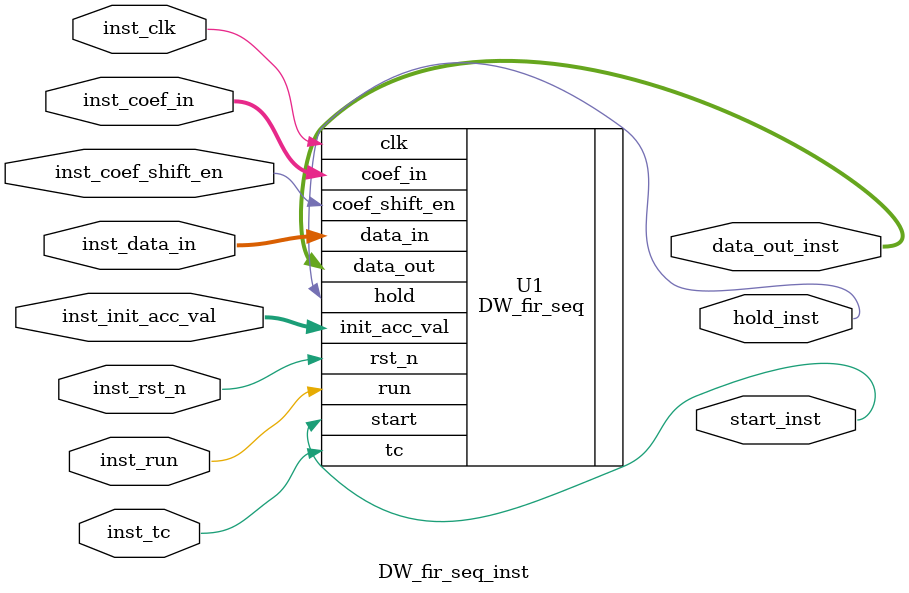
<source format=v>
module DW_fir_seq_inst(inst_clk, inst_rst_n, inst_coef_shift_en, inst_tc,
                       inst_run, inst_data_in, inst_coef_in,
                       inst_init_acc_val, start_inst, hold_inst, 
                       data_out_inst );

  parameter data_in_width = 8;
  parameter coef_width = 8;
  parameter data_out_width = 18;
  parameter order = 6;

  input inst_clk;
  input inst_rst_n;
  input inst_coef_shift_en;
  input inst_tc;
  input inst_run;
  input [data_in_width-1 : 0] inst_data_in;
  input [coef_width-1 : 0] inst_coef_in;
  input [data_out_width-1 : 0] inst_init_acc_val;
  output start_inst;
  output hold_inst;
  output [data_out_width-1 : 0] data_out_inst;

  // Instance of DW_fir_seq
  DW_fir_seq #(data_in_width, coef_width, data_out_width, order)
    U1 ( .clk(inst_clk),   .rst_n(inst_rst_n), 
         .coef_shift_en(inst_coef_shift_en),   .tc(inst_tc), 
         .run(inst_run),   .data_in(inst_data_in),   .coef_in(inst_coef_in),
         .init_acc_val(inst_init_acc_val),   .start(start_inst),
         .hold(hold_inst),   .data_out(data_out_inst) );
endmodule

</source>
